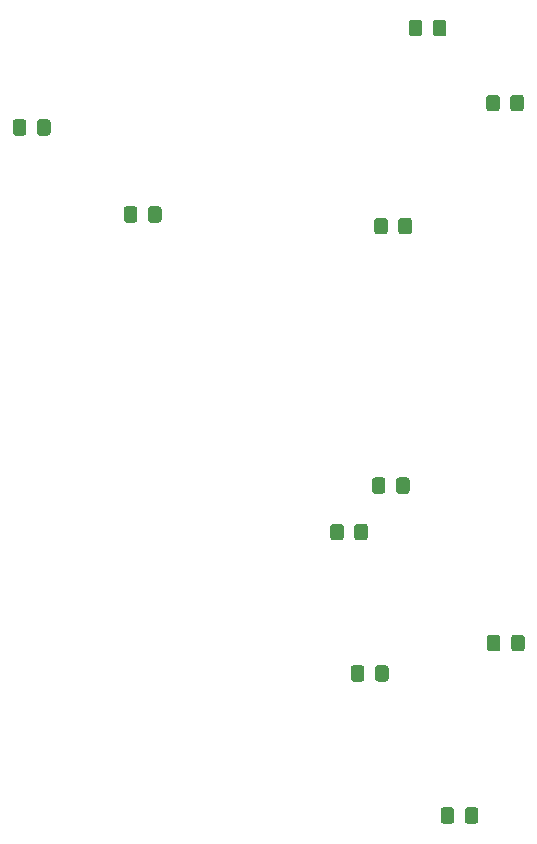
<source format=gbr>
G04 #@! TF.GenerationSoftware,KiCad,Pcbnew,5.1.6-c6e7f7d~86~ubuntu18.04.1*
G04 #@! TF.CreationDate,2020-06-20T09:49:41-04:00*
G04 #@! TF.ProjectId,dual_VCA,6475616c-5f56-4434-912e-6b696361645f,rev?*
G04 #@! TF.SameCoordinates,Original*
G04 #@! TF.FileFunction,Paste,Top*
G04 #@! TF.FilePolarity,Positive*
%FSLAX46Y46*%
G04 Gerber Fmt 4.6, Leading zero omitted, Abs format (unit mm)*
G04 Created by KiCad (PCBNEW 5.1.6-c6e7f7d~86~ubuntu18.04.1) date 2020-06-20 09:49:41*
%MOMM*%
%LPD*%
G01*
G04 APERTURE LIST*
G04 APERTURE END LIST*
G36*
G01*
X142746200Y-79204399D02*
X142746200Y-80104401D01*
G75*
G02*
X142496201Y-80354400I-249999J0D01*
G01*
X141846199Y-80354400D01*
G75*
G02*
X141596200Y-80104401I0J249999D01*
G01*
X141596200Y-79204399D01*
G75*
G02*
X141846199Y-78954400I249999J0D01*
G01*
X142496201Y-78954400D01*
G75*
G02*
X142746200Y-79204399I0J-249999D01*
G01*
G37*
G36*
G01*
X144796200Y-79204399D02*
X144796200Y-80104401D01*
G75*
G02*
X144546201Y-80354400I-249999J0D01*
G01*
X143896199Y-80354400D01*
G75*
G02*
X143646200Y-80104401I0J249999D01*
G01*
X143646200Y-79204399D01*
G75*
G02*
X143896199Y-78954400I249999J0D01*
G01*
X144546201Y-78954400D01*
G75*
G02*
X144796200Y-79204399I0J-249999D01*
G01*
G37*
G36*
G01*
X153044200Y-87470401D02*
X153044200Y-86570399D01*
G75*
G02*
X153294199Y-86320400I249999J0D01*
G01*
X153944201Y-86320400D01*
G75*
G02*
X154194200Y-86570399I0J-249999D01*
G01*
X154194200Y-87470401D01*
G75*
G02*
X153944201Y-87720400I-249999J0D01*
G01*
X153294199Y-87720400D01*
G75*
G02*
X153044200Y-87470401I0J249999D01*
G01*
G37*
G36*
G01*
X150994200Y-87470401D02*
X150994200Y-86570399D01*
G75*
G02*
X151244199Y-86320400I249999J0D01*
G01*
X151894201Y-86320400D01*
G75*
G02*
X152144200Y-86570399I0J-249999D01*
G01*
X152144200Y-87470401D01*
G75*
G02*
X151894201Y-87720400I-249999J0D01*
G01*
X151244199Y-87720400D01*
G75*
G02*
X150994200Y-87470401I0J249999D01*
G01*
G37*
G36*
G01*
X179866600Y-138372001D02*
X179866600Y-137471999D01*
G75*
G02*
X180116599Y-137222000I249999J0D01*
G01*
X180766601Y-137222000D01*
G75*
G02*
X181016600Y-137471999I0J-249999D01*
G01*
X181016600Y-138372001D01*
G75*
G02*
X180766601Y-138622000I-249999J0D01*
G01*
X180116599Y-138622000D01*
G75*
G02*
X179866600Y-138372001I0J249999D01*
G01*
G37*
G36*
G01*
X177816600Y-138372001D02*
X177816600Y-137471999D01*
G75*
G02*
X178066599Y-137222000I249999J0D01*
G01*
X178716601Y-137222000D01*
G75*
G02*
X178966600Y-137471999I0J-249999D01*
G01*
X178966600Y-138372001D01*
G75*
G02*
X178716601Y-138622000I-249999J0D01*
G01*
X178066599Y-138622000D01*
G75*
G02*
X177816600Y-138372001I0J249999D01*
G01*
G37*
G36*
G01*
X171364600Y-125432399D02*
X171364600Y-126332401D01*
G75*
G02*
X171114601Y-126582400I-249999J0D01*
G01*
X170464599Y-126582400D01*
G75*
G02*
X170214600Y-126332401I0J249999D01*
G01*
X170214600Y-125432399D01*
G75*
G02*
X170464599Y-125182400I249999J0D01*
G01*
X171114601Y-125182400D01*
G75*
G02*
X171364600Y-125432399I0J-249999D01*
G01*
G37*
G36*
G01*
X173414600Y-125432399D02*
X173414600Y-126332401D01*
G75*
G02*
X173164601Y-126582400I-249999J0D01*
G01*
X172514599Y-126582400D01*
G75*
G02*
X172264600Y-126332401I0J249999D01*
G01*
X172264600Y-125432399D01*
G75*
G02*
X172514599Y-125182400I249999J0D01*
G01*
X173164601Y-125182400D01*
G75*
G02*
X173414600Y-125432399I0J-249999D01*
G01*
G37*
G36*
G01*
X182883500Y-122866999D02*
X182883500Y-123767001D01*
G75*
G02*
X182633501Y-124017000I-249999J0D01*
G01*
X181983499Y-124017000D01*
G75*
G02*
X181733500Y-123767001I0J249999D01*
G01*
X181733500Y-122866999D01*
G75*
G02*
X181983499Y-122617000I249999J0D01*
G01*
X182633501Y-122617000D01*
G75*
G02*
X182883500Y-122866999I0J-249999D01*
G01*
G37*
G36*
G01*
X184933500Y-122866999D02*
X184933500Y-123767001D01*
G75*
G02*
X184683501Y-124017000I-249999J0D01*
G01*
X184033499Y-124017000D01*
G75*
G02*
X183783500Y-123767001I0J249999D01*
G01*
X183783500Y-122866999D01*
G75*
G02*
X184033499Y-122617000I249999J0D01*
G01*
X184683501Y-122617000D01*
G75*
G02*
X184933500Y-122866999I0J-249999D01*
G01*
G37*
G36*
G01*
X169612000Y-113468999D02*
X169612000Y-114369001D01*
G75*
G02*
X169362001Y-114619000I-249999J0D01*
G01*
X168711999Y-114619000D01*
G75*
G02*
X168462000Y-114369001I0J249999D01*
G01*
X168462000Y-113468999D01*
G75*
G02*
X168711999Y-113219000I249999J0D01*
G01*
X169362001Y-113219000D01*
G75*
G02*
X169612000Y-113468999I0J-249999D01*
G01*
G37*
G36*
G01*
X171662000Y-113468999D02*
X171662000Y-114369001D01*
G75*
G02*
X171412001Y-114619000I-249999J0D01*
G01*
X170761999Y-114619000D01*
G75*
G02*
X170512000Y-114369001I0J249999D01*
G01*
X170512000Y-113468999D01*
G75*
G02*
X170761999Y-113219000I249999J0D01*
G01*
X171412001Y-113219000D01*
G75*
G02*
X171662000Y-113468999I0J-249999D01*
G01*
G37*
G36*
G01*
X174050000Y-110432001D02*
X174050000Y-109531999D01*
G75*
G02*
X174299999Y-109282000I249999J0D01*
G01*
X174950001Y-109282000D01*
G75*
G02*
X175200000Y-109531999I0J-249999D01*
G01*
X175200000Y-110432001D01*
G75*
G02*
X174950001Y-110682000I-249999J0D01*
G01*
X174299999Y-110682000D01*
G75*
G02*
X174050000Y-110432001I0J249999D01*
G01*
G37*
G36*
G01*
X172000000Y-110432001D02*
X172000000Y-109531999D01*
G75*
G02*
X172249999Y-109282000I249999J0D01*
G01*
X172900001Y-109282000D01*
G75*
G02*
X173150000Y-109531999I0J-249999D01*
G01*
X173150000Y-110432001D01*
G75*
G02*
X172900001Y-110682000I-249999J0D01*
G01*
X172249999Y-110682000D01*
G75*
G02*
X172000000Y-110432001I0J249999D01*
G01*
G37*
G36*
G01*
X174240500Y-88461001D02*
X174240500Y-87560999D01*
G75*
G02*
X174490499Y-87311000I249999J0D01*
G01*
X175140501Y-87311000D01*
G75*
G02*
X175390500Y-87560999I0J-249999D01*
G01*
X175390500Y-88461001D01*
G75*
G02*
X175140501Y-88711000I-249999J0D01*
G01*
X174490499Y-88711000D01*
G75*
G02*
X174240500Y-88461001I0J249999D01*
G01*
G37*
G36*
G01*
X172190500Y-88461001D02*
X172190500Y-87560999D01*
G75*
G02*
X172440499Y-87311000I249999J0D01*
G01*
X173090501Y-87311000D01*
G75*
G02*
X173340500Y-87560999I0J-249999D01*
G01*
X173340500Y-88461001D01*
G75*
G02*
X173090501Y-88711000I-249999J0D01*
G01*
X172440499Y-88711000D01*
G75*
G02*
X172190500Y-88461001I0J249999D01*
G01*
G37*
G36*
G01*
X182820000Y-77146999D02*
X182820000Y-78047001D01*
G75*
G02*
X182570001Y-78297000I-249999J0D01*
G01*
X181919999Y-78297000D01*
G75*
G02*
X181670000Y-78047001I0J249999D01*
G01*
X181670000Y-77146999D01*
G75*
G02*
X181919999Y-76897000I249999J0D01*
G01*
X182570001Y-76897000D01*
G75*
G02*
X182820000Y-77146999I0J-249999D01*
G01*
G37*
G36*
G01*
X184870000Y-77146999D02*
X184870000Y-78047001D01*
G75*
G02*
X184620001Y-78297000I-249999J0D01*
G01*
X183969999Y-78297000D01*
G75*
G02*
X183720000Y-78047001I0J249999D01*
G01*
X183720000Y-77146999D01*
G75*
G02*
X183969999Y-76897000I249999J0D01*
G01*
X184620001Y-76897000D01*
G75*
G02*
X184870000Y-77146999I0J-249999D01*
G01*
G37*
G36*
G01*
X177161500Y-71697001D02*
X177161500Y-70796999D01*
G75*
G02*
X177411499Y-70547000I249999J0D01*
G01*
X178061501Y-70547000D01*
G75*
G02*
X178311500Y-70796999I0J-249999D01*
G01*
X178311500Y-71697001D01*
G75*
G02*
X178061501Y-71947000I-249999J0D01*
G01*
X177411499Y-71947000D01*
G75*
G02*
X177161500Y-71697001I0J249999D01*
G01*
G37*
G36*
G01*
X175111500Y-71697001D02*
X175111500Y-70796999D01*
G75*
G02*
X175361499Y-70547000I249999J0D01*
G01*
X176011501Y-70547000D01*
G75*
G02*
X176261500Y-70796999I0J-249999D01*
G01*
X176261500Y-71697001D01*
G75*
G02*
X176011501Y-71947000I-249999J0D01*
G01*
X175361499Y-71947000D01*
G75*
G02*
X175111500Y-71697001I0J249999D01*
G01*
G37*
M02*

</source>
